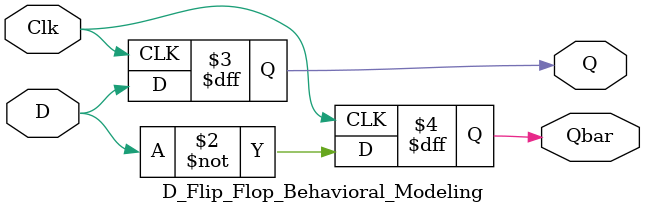
<source format=v>
module Testbench;

	// Declarations of wire, reg, and other variables
	wire q, qbar;
	reg D, Clk; // Insput signals



	// Instantiate lower-level modules
	// In this case, instantiate D_Flip_Flop
	// Feed D and Clk signals to the D_Flip_Flop

	//D_Flip_Flop_Gate_Level_Modeling D1(q, qbar, D, Clk);
	D_Flip_Flop_Behavioral_Modeling D1(q, qbar, D, Clk);


    initial
    begin
      $dumpfile("data.vcd");
      $dumpvars(0,D1);
    end
	
    // Behavioural block, initial
	initial
	begin
		$monitor($time, " Clk = %b, D = %b, q= %b, qbar= %b",Clk,D,q,qbar);

		Clk = 0;
        D = 0;

        #5 
        Clk = 1;
        D = 0;
        
        #5
        Clk = 0;
        D = 1;

		#5 
        Clk = 1;
        D = 1;

	end

endmodule


// D_Flip_Flop module. This is a synthesizable module
module D_Flip_Flop_Gate_Level_Modeling(Q, Qbar, D, Clk);

	//Port declarations
	output wire Q, Qbar;
	input wire D, Clk;

	// Instantiate lower-level modules
	// In this case, instantiate Verilog primitive nor gates
	// Note, how the wires are connected in a cross-coupled fashion.

    wire t1, t2;//create temp wire
    
    and a1(t1, ~D, Clk);
    and a2(t2, D, Clk);
	nor n1(Q, t1, Qbar);
	nor n2(Qbar, t2, Q);

// endmodule statement
endmodule

// D_Flip_Flop module. This is a synthesizable module
module D_Flip_Flop_Behavioral_Modeling(Q, Qbar, D, Clk);

	//Port declarations
	output reg Q, Qbar;
	input wire D, Clk;

    always @(posedge Clk) begin

        Q = D;
        Qbar = ~D;
        
    end
    
// endmodule statement
endmodule



</source>
